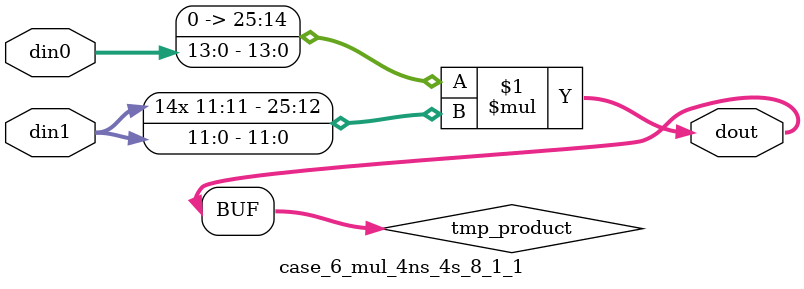
<source format=v>

`timescale 1 ns / 1 ps

 (* use_dsp = "no" *)  module case_6_mul_4ns_4s_8_1_1(din0, din1, dout);
parameter ID = 1;
parameter NUM_STAGE = 0;
parameter din0_WIDTH = 14;
parameter din1_WIDTH = 12;
parameter dout_WIDTH = 26;

input [din0_WIDTH - 1 : 0] din0; 
input [din1_WIDTH - 1 : 0] din1; 
output [dout_WIDTH - 1 : 0] dout;

wire signed [dout_WIDTH - 1 : 0] tmp_product;

























assign tmp_product = $signed({1'b0, din0}) * $signed(din1);










assign dout = tmp_product;





















endmodule

</source>
